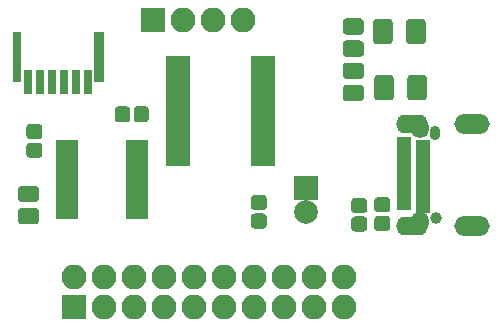
<source format=gts>
G04 #@! TF.GenerationSoftware,KiCad,Pcbnew,(5.0.0)*
G04 #@! TF.CreationDate,2019-03-22T21:06:18+01:00*
G04 #@! TF.ProjectId,converterboard,636F6E766572746572626F6172642E6B,rev?*
G04 #@! TF.SameCoordinates,Original*
G04 #@! TF.FileFunction,Soldermask,Top*
G04 #@! TF.FilePolarity,Negative*
%FSLAX46Y46*%
G04 Gerber Fmt 4.6, Leading zero omitted, Abs format (unit mm)*
G04 Created by KiCad (PCBNEW (5.0.0)) date 03/22/19 21:06:18*
%MOMM*%
%LPD*%
G01*
G04 APERTURE LIST*
%ADD10O,2.700000X1.600000*%
%ADD11O,1.500000X1.750000*%
%ADD12R,1.200000X0.670000*%
%ADD13R,1.300000X0.670000*%
%ADD14O,0.900000X1.250000*%
%ADD15C,1.000000*%
%ADD16O,3.000000X1.700000*%
%ADD17C,0.100000*%
%ADD18C,1.275000*%
%ADD19R,2.100000X2.100000*%
%ADD20O,2.100000X2.100000*%
%ADD21R,1.850000X0.850000*%
%ADD22R,2.000000X2.000000*%
%ADD23C,2.000000*%
%ADD24C,1.650000*%
%ADD25R,0.800000X4.300000*%
%ADD26R,0.720000X2.120000*%
%ADD27R,0.820000X4.320000*%
%ADD28R,2.150000X0.850000*%
%ADD29C,1.375000*%
G04 APERTURE END LIST*
D10*
G04 #@! TO.C,J4*
X190750000Y-109580000D03*
D11*
X191400000Y-109900000D03*
D12*
X191650000Y-111765000D03*
X191650000Y-112765000D03*
X191650000Y-112265000D03*
X191650000Y-111265000D03*
X191650000Y-113765000D03*
X191650000Y-114775000D03*
X191650000Y-114275000D03*
X191650000Y-113265000D03*
X191650000Y-115775000D03*
X191650000Y-115275000D03*
X191650000Y-116275000D03*
X191650000Y-116775000D03*
D13*
X190050000Y-112025000D03*
X190050000Y-111025000D03*
X190050000Y-112525000D03*
X190050000Y-111525000D03*
X190050000Y-113525000D03*
X190050000Y-113025000D03*
X190050000Y-114025000D03*
X190050000Y-115025000D03*
X190050000Y-114525000D03*
X190050000Y-115525000D03*
X190050000Y-116025000D03*
X190050000Y-116525000D03*
D11*
X191400000Y-117900000D03*
D10*
X190750000Y-118220000D03*
D14*
X192685000Y-110300000D03*
D15*
X192750000Y-117500000D03*
D16*
X195800000Y-118220000D03*
X195800000Y-109580000D03*
G04 #@! TD*
D17*
G04 #@! TO.C,L2*
G36*
X188587493Y-115776535D02*
X188618435Y-115781125D01*
X188648778Y-115788725D01*
X188678230Y-115799263D01*
X188706508Y-115812638D01*
X188733338Y-115828719D01*
X188758463Y-115847353D01*
X188781640Y-115868360D01*
X188802647Y-115891537D01*
X188821281Y-115916662D01*
X188837362Y-115943492D01*
X188850737Y-115971770D01*
X188861275Y-116001222D01*
X188868875Y-116031565D01*
X188873465Y-116062507D01*
X188875000Y-116093750D01*
X188875000Y-116731250D01*
X188873465Y-116762493D01*
X188868875Y-116793435D01*
X188861275Y-116823778D01*
X188850737Y-116853230D01*
X188837362Y-116881508D01*
X188821281Y-116908338D01*
X188802647Y-116933463D01*
X188781640Y-116956640D01*
X188758463Y-116977647D01*
X188733338Y-116996281D01*
X188706508Y-117012362D01*
X188678230Y-117025737D01*
X188648778Y-117036275D01*
X188618435Y-117043875D01*
X188587493Y-117048465D01*
X188556250Y-117050000D01*
X187843750Y-117050000D01*
X187812507Y-117048465D01*
X187781565Y-117043875D01*
X187751222Y-117036275D01*
X187721770Y-117025737D01*
X187693492Y-117012362D01*
X187666662Y-116996281D01*
X187641537Y-116977647D01*
X187618360Y-116956640D01*
X187597353Y-116933463D01*
X187578719Y-116908338D01*
X187562638Y-116881508D01*
X187549263Y-116853230D01*
X187538725Y-116823778D01*
X187531125Y-116793435D01*
X187526535Y-116762493D01*
X187525000Y-116731250D01*
X187525000Y-116093750D01*
X187526535Y-116062507D01*
X187531125Y-116031565D01*
X187538725Y-116001222D01*
X187549263Y-115971770D01*
X187562638Y-115943492D01*
X187578719Y-115916662D01*
X187597353Y-115891537D01*
X187618360Y-115868360D01*
X187641537Y-115847353D01*
X187666662Y-115828719D01*
X187693492Y-115812638D01*
X187721770Y-115799263D01*
X187751222Y-115788725D01*
X187781565Y-115781125D01*
X187812507Y-115776535D01*
X187843750Y-115775000D01*
X188556250Y-115775000D01*
X188587493Y-115776535D01*
X188587493Y-115776535D01*
G37*
D18*
X188200000Y-116412500D03*
D17*
G36*
X188587493Y-117351535D02*
X188618435Y-117356125D01*
X188648778Y-117363725D01*
X188678230Y-117374263D01*
X188706508Y-117387638D01*
X188733338Y-117403719D01*
X188758463Y-117422353D01*
X188781640Y-117443360D01*
X188802647Y-117466537D01*
X188821281Y-117491662D01*
X188837362Y-117518492D01*
X188850737Y-117546770D01*
X188861275Y-117576222D01*
X188868875Y-117606565D01*
X188873465Y-117637507D01*
X188875000Y-117668750D01*
X188875000Y-118306250D01*
X188873465Y-118337493D01*
X188868875Y-118368435D01*
X188861275Y-118398778D01*
X188850737Y-118428230D01*
X188837362Y-118456508D01*
X188821281Y-118483338D01*
X188802647Y-118508463D01*
X188781640Y-118531640D01*
X188758463Y-118552647D01*
X188733338Y-118571281D01*
X188706508Y-118587362D01*
X188678230Y-118600737D01*
X188648778Y-118611275D01*
X188618435Y-118618875D01*
X188587493Y-118623465D01*
X188556250Y-118625000D01*
X187843750Y-118625000D01*
X187812507Y-118623465D01*
X187781565Y-118618875D01*
X187751222Y-118611275D01*
X187721770Y-118600737D01*
X187693492Y-118587362D01*
X187666662Y-118571281D01*
X187641537Y-118552647D01*
X187618360Y-118531640D01*
X187597353Y-118508463D01*
X187578719Y-118483338D01*
X187562638Y-118456508D01*
X187549263Y-118428230D01*
X187538725Y-118398778D01*
X187531125Y-118368435D01*
X187526535Y-118337493D01*
X187525000Y-118306250D01*
X187525000Y-117668750D01*
X187526535Y-117637507D01*
X187531125Y-117606565D01*
X187538725Y-117576222D01*
X187549263Y-117546770D01*
X187562638Y-117518492D01*
X187578719Y-117491662D01*
X187597353Y-117466537D01*
X187618360Y-117443360D01*
X187641537Y-117422353D01*
X187666662Y-117403719D01*
X187693492Y-117387638D01*
X187721770Y-117374263D01*
X187751222Y-117363725D01*
X187781565Y-117356125D01*
X187812507Y-117351535D01*
X187843750Y-117350000D01*
X188556250Y-117350000D01*
X188587493Y-117351535D01*
X188587493Y-117351535D01*
G37*
D18*
X188200000Y-117987500D03*
G04 #@! TD*
D19*
G04 #@! TO.C,J3*
X168750000Y-100750000D03*
D20*
X171290000Y-100750000D03*
X173830000Y-100750000D03*
X176370000Y-100750000D03*
G04 #@! TD*
D21*
G04 #@! TO.C,U2*
X161550000Y-111325000D03*
X161550000Y-111975000D03*
X161550000Y-112625000D03*
X161550000Y-113275000D03*
X161550000Y-113925000D03*
X161550000Y-114575000D03*
X161550000Y-115225000D03*
X161550000Y-115875000D03*
X161550000Y-116525000D03*
X161550000Y-117175000D03*
X167450000Y-117175000D03*
X167450000Y-116525000D03*
X167450000Y-115875000D03*
X167450000Y-115225000D03*
X167450000Y-114575000D03*
X167450000Y-113925000D03*
X167450000Y-113275000D03*
X167450000Y-112625000D03*
X167450000Y-111975000D03*
X167450000Y-111325000D03*
G04 #@! TD*
D20*
G04 #@! TO.C,J2*
X184960000Y-122510000D03*
X184960000Y-125050000D03*
X182420000Y-122510000D03*
X182420000Y-125050000D03*
X179880000Y-122510000D03*
X179880000Y-125050000D03*
X177340000Y-122510000D03*
X177340000Y-125050000D03*
X174800000Y-122510000D03*
X174800000Y-125050000D03*
X172260000Y-122510000D03*
X172260000Y-125050000D03*
X169720000Y-122510000D03*
X169720000Y-125050000D03*
X167180000Y-122510000D03*
X167180000Y-125050000D03*
X164640000Y-122510000D03*
X164640000Y-125050000D03*
X162100000Y-122510000D03*
D19*
X162100000Y-125050000D03*
G04 #@! TD*
D17*
G04 #@! TO.C,C5*
G36*
X168137493Y-108076535D02*
X168168435Y-108081125D01*
X168198778Y-108088725D01*
X168228230Y-108099263D01*
X168256508Y-108112638D01*
X168283338Y-108128719D01*
X168308463Y-108147353D01*
X168331640Y-108168360D01*
X168352647Y-108191537D01*
X168371281Y-108216662D01*
X168387362Y-108243492D01*
X168400737Y-108271770D01*
X168411275Y-108301222D01*
X168418875Y-108331565D01*
X168423465Y-108362507D01*
X168425000Y-108393750D01*
X168425000Y-109106250D01*
X168423465Y-109137493D01*
X168418875Y-109168435D01*
X168411275Y-109198778D01*
X168400737Y-109228230D01*
X168387362Y-109256508D01*
X168371281Y-109283338D01*
X168352647Y-109308463D01*
X168331640Y-109331640D01*
X168308463Y-109352647D01*
X168283338Y-109371281D01*
X168256508Y-109387362D01*
X168228230Y-109400737D01*
X168198778Y-109411275D01*
X168168435Y-109418875D01*
X168137493Y-109423465D01*
X168106250Y-109425000D01*
X167468750Y-109425000D01*
X167437507Y-109423465D01*
X167406565Y-109418875D01*
X167376222Y-109411275D01*
X167346770Y-109400737D01*
X167318492Y-109387362D01*
X167291662Y-109371281D01*
X167266537Y-109352647D01*
X167243360Y-109331640D01*
X167222353Y-109308463D01*
X167203719Y-109283338D01*
X167187638Y-109256508D01*
X167174263Y-109228230D01*
X167163725Y-109198778D01*
X167156125Y-109168435D01*
X167151535Y-109137493D01*
X167150000Y-109106250D01*
X167150000Y-108393750D01*
X167151535Y-108362507D01*
X167156125Y-108331565D01*
X167163725Y-108301222D01*
X167174263Y-108271770D01*
X167187638Y-108243492D01*
X167203719Y-108216662D01*
X167222353Y-108191537D01*
X167243360Y-108168360D01*
X167266537Y-108147353D01*
X167291662Y-108128719D01*
X167318492Y-108112638D01*
X167346770Y-108099263D01*
X167376222Y-108088725D01*
X167406565Y-108081125D01*
X167437507Y-108076535D01*
X167468750Y-108075000D01*
X168106250Y-108075000D01*
X168137493Y-108076535D01*
X168137493Y-108076535D01*
G37*
D18*
X167787500Y-108750000D03*
D17*
G36*
X166562493Y-108076535D02*
X166593435Y-108081125D01*
X166623778Y-108088725D01*
X166653230Y-108099263D01*
X166681508Y-108112638D01*
X166708338Y-108128719D01*
X166733463Y-108147353D01*
X166756640Y-108168360D01*
X166777647Y-108191537D01*
X166796281Y-108216662D01*
X166812362Y-108243492D01*
X166825737Y-108271770D01*
X166836275Y-108301222D01*
X166843875Y-108331565D01*
X166848465Y-108362507D01*
X166850000Y-108393750D01*
X166850000Y-109106250D01*
X166848465Y-109137493D01*
X166843875Y-109168435D01*
X166836275Y-109198778D01*
X166825737Y-109228230D01*
X166812362Y-109256508D01*
X166796281Y-109283338D01*
X166777647Y-109308463D01*
X166756640Y-109331640D01*
X166733463Y-109352647D01*
X166708338Y-109371281D01*
X166681508Y-109387362D01*
X166653230Y-109400737D01*
X166623778Y-109411275D01*
X166593435Y-109418875D01*
X166562493Y-109423465D01*
X166531250Y-109425000D01*
X165893750Y-109425000D01*
X165862507Y-109423465D01*
X165831565Y-109418875D01*
X165801222Y-109411275D01*
X165771770Y-109400737D01*
X165743492Y-109387362D01*
X165716662Y-109371281D01*
X165691537Y-109352647D01*
X165668360Y-109331640D01*
X165647353Y-109308463D01*
X165628719Y-109283338D01*
X165612638Y-109256508D01*
X165599263Y-109228230D01*
X165588725Y-109198778D01*
X165581125Y-109168435D01*
X165576535Y-109137493D01*
X165575000Y-109106250D01*
X165575000Y-108393750D01*
X165576535Y-108362507D01*
X165581125Y-108331565D01*
X165588725Y-108301222D01*
X165599263Y-108271770D01*
X165612638Y-108243492D01*
X165628719Y-108216662D01*
X165647353Y-108191537D01*
X165668360Y-108168360D01*
X165691537Y-108147353D01*
X165716662Y-108128719D01*
X165743492Y-108112638D01*
X165771770Y-108099263D01*
X165801222Y-108088725D01*
X165831565Y-108081125D01*
X165862507Y-108076535D01*
X165893750Y-108075000D01*
X166531250Y-108075000D01*
X166562493Y-108076535D01*
X166562493Y-108076535D01*
G37*
D18*
X166212500Y-108750000D03*
G04 #@! TD*
D17*
G04 #@! TO.C,C4*
G36*
X159137493Y-109576535D02*
X159168435Y-109581125D01*
X159198778Y-109588725D01*
X159228230Y-109599263D01*
X159256508Y-109612638D01*
X159283338Y-109628719D01*
X159308463Y-109647353D01*
X159331640Y-109668360D01*
X159352647Y-109691537D01*
X159371281Y-109716662D01*
X159387362Y-109743492D01*
X159400737Y-109771770D01*
X159411275Y-109801222D01*
X159418875Y-109831565D01*
X159423465Y-109862507D01*
X159425000Y-109893750D01*
X159425000Y-110531250D01*
X159423465Y-110562493D01*
X159418875Y-110593435D01*
X159411275Y-110623778D01*
X159400737Y-110653230D01*
X159387362Y-110681508D01*
X159371281Y-110708338D01*
X159352647Y-110733463D01*
X159331640Y-110756640D01*
X159308463Y-110777647D01*
X159283338Y-110796281D01*
X159256508Y-110812362D01*
X159228230Y-110825737D01*
X159198778Y-110836275D01*
X159168435Y-110843875D01*
X159137493Y-110848465D01*
X159106250Y-110850000D01*
X158393750Y-110850000D01*
X158362507Y-110848465D01*
X158331565Y-110843875D01*
X158301222Y-110836275D01*
X158271770Y-110825737D01*
X158243492Y-110812362D01*
X158216662Y-110796281D01*
X158191537Y-110777647D01*
X158168360Y-110756640D01*
X158147353Y-110733463D01*
X158128719Y-110708338D01*
X158112638Y-110681508D01*
X158099263Y-110653230D01*
X158088725Y-110623778D01*
X158081125Y-110593435D01*
X158076535Y-110562493D01*
X158075000Y-110531250D01*
X158075000Y-109893750D01*
X158076535Y-109862507D01*
X158081125Y-109831565D01*
X158088725Y-109801222D01*
X158099263Y-109771770D01*
X158112638Y-109743492D01*
X158128719Y-109716662D01*
X158147353Y-109691537D01*
X158168360Y-109668360D01*
X158191537Y-109647353D01*
X158216662Y-109628719D01*
X158243492Y-109612638D01*
X158271770Y-109599263D01*
X158301222Y-109588725D01*
X158331565Y-109581125D01*
X158362507Y-109576535D01*
X158393750Y-109575000D01*
X159106250Y-109575000D01*
X159137493Y-109576535D01*
X159137493Y-109576535D01*
G37*
D18*
X158750000Y-110212500D03*
D17*
G36*
X159137493Y-111151535D02*
X159168435Y-111156125D01*
X159198778Y-111163725D01*
X159228230Y-111174263D01*
X159256508Y-111187638D01*
X159283338Y-111203719D01*
X159308463Y-111222353D01*
X159331640Y-111243360D01*
X159352647Y-111266537D01*
X159371281Y-111291662D01*
X159387362Y-111318492D01*
X159400737Y-111346770D01*
X159411275Y-111376222D01*
X159418875Y-111406565D01*
X159423465Y-111437507D01*
X159425000Y-111468750D01*
X159425000Y-112106250D01*
X159423465Y-112137493D01*
X159418875Y-112168435D01*
X159411275Y-112198778D01*
X159400737Y-112228230D01*
X159387362Y-112256508D01*
X159371281Y-112283338D01*
X159352647Y-112308463D01*
X159331640Y-112331640D01*
X159308463Y-112352647D01*
X159283338Y-112371281D01*
X159256508Y-112387362D01*
X159228230Y-112400737D01*
X159198778Y-112411275D01*
X159168435Y-112418875D01*
X159137493Y-112423465D01*
X159106250Y-112425000D01*
X158393750Y-112425000D01*
X158362507Y-112423465D01*
X158331565Y-112418875D01*
X158301222Y-112411275D01*
X158271770Y-112400737D01*
X158243492Y-112387362D01*
X158216662Y-112371281D01*
X158191537Y-112352647D01*
X158168360Y-112331640D01*
X158147353Y-112308463D01*
X158128719Y-112283338D01*
X158112638Y-112256508D01*
X158099263Y-112228230D01*
X158088725Y-112198778D01*
X158081125Y-112168435D01*
X158076535Y-112137493D01*
X158075000Y-112106250D01*
X158075000Y-111468750D01*
X158076535Y-111437507D01*
X158081125Y-111406565D01*
X158088725Y-111376222D01*
X158099263Y-111346770D01*
X158112638Y-111318492D01*
X158128719Y-111291662D01*
X158147353Y-111266537D01*
X158168360Y-111243360D01*
X158191537Y-111222353D01*
X158216662Y-111203719D01*
X158243492Y-111187638D01*
X158271770Y-111174263D01*
X158301222Y-111163725D01*
X158331565Y-111156125D01*
X158362507Y-111151535D01*
X158393750Y-111150000D01*
X159106250Y-111150000D01*
X159137493Y-111151535D01*
X159137493Y-111151535D01*
G37*
D18*
X158750000Y-111787500D03*
G04 #@! TD*
D17*
G04 #@! TO.C,C3*
G36*
X178137493Y-117151535D02*
X178168435Y-117156125D01*
X178198778Y-117163725D01*
X178228230Y-117174263D01*
X178256508Y-117187638D01*
X178283338Y-117203719D01*
X178308463Y-117222353D01*
X178331640Y-117243360D01*
X178352647Y-117266537D01*
X178371281Y-117291662D01*
X178387362Y-117318492D01*
X178400737Y-117346770D01*
X178411275Y-117376222D01*
X178418875Y-117406565D01*
X178423465Y-117437507D01*
X178425000Y-117468750D01*
X178425000Y-118106250D01*
X178423465Y-118137493D01*
X178418875Y-118168435D01*
X178411275Y-118198778D01*
X178400737Y-118228230D01*
X178387362Y-118256508D01*
X178371281Y-118283338D01*
X178352647Y-118308463D01*
X178331640Y-118331640D01*
X178308463Y-118352647D01*
X178283338Y-118371281D01*
X178256508Y-118387362D01*
X178228230Y-118400737D01*
X178198778Y-118411275D01*
X178168435Y-118418875D01*
X178137493Y-118423465D01*
X178106250Y-118425000D01*
X177393750Y-118425000D01*
X177362507Y-118423465D01*
X177331565Y-118418875D01*
X177301222Y-118411275D01*
X177271770Y-118400737D01*
X177243492Y-118387362D01*
X177216662Y-118371281D01*
X177191537Y-118352647D01*
X177168360Y-118331640D01*
X177147353Y-118308463D01*
X177128719Y-118283338D01*
X177112638Y-118256508D01*
X177099263Y-118228230D01*
X177088725Y-118198778D01*
X177081125Y-118168435D01*
X177076535Y-118137493D01*
X177075000Y-118106250D01*
X177075000Y-117468750D01*
X177076535Y-117437507D01*
X177081125Y-117406565D01*
X177088725Y-117376222D01*
X177099263Y-117346770D01*
X177112638Y-117318492D01*
X177128719Y-117291662D01*
X177147353Y-117266537D01*
X177168360Y-117243360D01*
X177191537Y-117222353D01*
X177216662Y-117203719D01*
X177243492Y-117187638D01*
X177271770Y-117174263D01*
X177301222Y-117163725D01*
X177331565Y-117156125D01*
X177362507Y-117151535D01*
X177393750Y-117150000D01*
X178106250Y-117150000D01*
X178137493Y-117151535D01*
X178137493Y-117151535D01*
G37*
D18*
X177750000Y-117787500D03*
D17*
G36*
X178137493Y-115576535D02*
X178168435Y-115581125D01*
X178198778Y-115588725D01*
X178228230Y-115599263D01*
X178256508Y-115612638D01*
X178283338Y-115628719D01*
X178308463Y-115647353D01*
X178331640Y-115668360D01*
X178352647Y-115691537D01*
X178371281Y-115716662D01*
X178387362Y-115743492D01*
X178400737Y-115771770D01*
X178411275Y-115801222D01*
X178418875Y-115831565D01*
X178423465Y-115862507D01*
X178425000Y-115893750D01*
X178425000Y-116531250D01*
X178423465Y-116562493D01*
X178418875Y-116593435D01*
X178411275Y-116623778D01*
X178400737Y-116653230D01*
X178387362Y-116681508D01*
X178371281Y-116708338D01*
X178352647Y-116733463D01*
X178331640Y-116756640D01*
X178308463Y-116777647D01*
X178283338Y-116796281D01*
X178256508Y-116812362D01*
X178228230Y-116825737D01*
X178198778Y-116836275D01*
X178168435Y-116843875D01*
X178137493Y-116848465D01*
X178106250Y-116850000D01*
X177393750Y-116850000D01*
X177362507Y-116848465D01*
X177331565Y-116843875D01*
X177301222Y-116836275D01*
X177271770Y-116825737D01*
X177243492Y-116812362D01*
X177216662Y-116796281D01*
X177191537Y-116777647D01*
X177168360Y-116756640D01*
X177147353Y-116733463D01*
X177128719Y-116708338D01*
X177112638Y-116681508D01*
X177099263Y-116653230D01*
X177088725Y-116623778D01*
X177081125Y-116593435D01*
X177076535Y-116562493D01*
X177075000Y-116531250D01*
X177075000Y-115893750D01*
X177076535Y-115862507D01*
X177081125Y-115831565D01*
X177088725Y-115801222D01*
X177099263Y-115771770D01*
X177112638Y-115743492D01*
X177128719Y-115716662D01*
X177147353Y-115691537D01*
X177168360Y-115668360D01*
X177191537Y-115647353D01*
X177216662Y-115628719D01*
X177243492Y-115612638D01*
X177271770Y-115599263D01*
X177301222Y-115588725D01*
X177331565Y-115581125D01*
X177362507Y-115576535D01*
X177393750Y-115575000D01*
X178106250Y-115575000D01*
X178137493Y-115576535D01*
X178137493Y-115576535D01*
G37*
D18*
X177750000Y-116212500D03*
G04 #@! TD*
D17*
G04 #@! TO.C,C1*
G36*
X186637493Y-115826535D02*
X186668435Y-115831125D01*
X186698778Y-115838725D01*
X186728230Y-115849263D01*
X186756508Y-115862638D01*
X186783338Y-115878719D01*
X186808463Y-115897353D01*
X186831640Y-115918360D01*
X186852647Y-115941537D01*
X186871281Y-115966662D01*
X186887362Y-115993492D01*
X186900737Y-116021770D01*
X186911275Y-116051222D01*
X186918875Y-116081565D01*
X186923465Y-116112507D01*
X186925000Y-116143750D01*
X186925000Y-116781250D01*
X186923465Y-116812493D01*
X186918875Y-116843435D01*
X186911275Y-116873778D01*
X186900737Y-116903230D01*
X186887362Y-116931508D01*
X186871281Y-116958338D01*
X186852647Y-116983463D01*
X186831640Y-117006640D01*
X186808463Y-117027647D01*
X186783338Y-117046281D01*
X186756508Y-117062362D01*
X186728230Y-117075737D01*
X186698778Y-117086275D01*
X186668435Y-117093875D01*
X186637493Y-117098465D01*
X186606250Y-117100000D01*
X185893750Y-117100000D01*
X185862507Y-117098465D01*
X185831565Y-117093875D01*
X185801222Y-117086275D01*
X185771770Y-117075737D01*
X185743492Y-117062362D01*
X185716662Y-117046281D01*
X185691537Y-117027647D01*
X185668360Y-117006640D01*
X185647353Y-116983463D01*
X185628719Y-116958338D01*
X185612638Y-116931508D01*
X185599263Y-116903230D01*
X185588725Y-116873778D01*
X185581125Y-116843435D01*
X185576535Y-116812493D01*
X185575000Y-116781250D01*
X185575000Y-116143750D01*
X185576535Y-116112507D01*
X185581125Y-116081565D01*
X185588725Y-116051222D01*
X185599263Y-116021770D01*
X185612638Y-115993492D01*
X185628719Y-115966662D01*
X185647353Y-115941537D01*
X185668360Y-115918360D01*
X185691537Y-115897353D01*
X185716662Y-115878719D01*
X185743492Y-115862638D01*
X185771770Y-115849263D01*
X185801222Y-115838725D01*
X185831565Y-115831125D01*
X185862507Y-115826535D01*
X185893750Y-115825000D01*
X186606250Y-115825000D01*
X186637493Y-115826535D01*
X186637493Y-115826535D01*
G37*
D18*
X186250000Y-116462500D03*
D17*
G36*
X186637493Y-117401535D02*
X186668435Y-117406125D01*
X186698778Y-117413725D01*
X186728230Y-117424263D01*
X186756508Y-117437638D01*
X186783338Y-117453719D01*
X186808463Y-117472353D01*
X186831640Y-117493360D01*
X186852647Y-117516537D01*
X186871281Y-117541662D01*
X186887362Y-117568492D01*
X186900737Y-117596770D01*
X186911275Y-117626222D01*
X186918875Y-117656565D01*
X186923465Y-117687507D01*
X186925000Y-117718750D01*
X186925000Y-118356250D01*
X186923465Y-118387493D01*
X186918875Y-118418435D01*
X186911275Y-118448778D01*
X186900737Y-118478230D01*
X186887362Y-118506508D01*
X186871281Y-118533338D01*
X186852647Y-118558463D01*
X186831640Y-118581640D01*
X186808463Y-118602647D01*
X186783338Y-118621281D01*
X186756508Y-118637362D01*
X186728230Y-118650737D01*
X186698778Y-118661275D01*
X186668435Y-118668875D01*
X186637493Y-118673465D01*
X186606250Y-118675000D01*
X185893750Y-118675000D01*
X185862507Y-118673465D01*
X185831565Y-118668875D01*
X185801222Y-118661275D01*
X185771770Y-118650737D01*
X185743492Y-118637362D01*
X185716662Y-118621281D01*
X185691537Y-118602647D01*
X185668360Y-118581640D01*
X185647353Y-118558463D01*
X185628719Y-118533338D01*
X185612638Y-118506508D01*
X185599263Y-118478230D01*
X185588725Y-118448778D01*
X185581125Y-118418435D01*
X185576535Y-118387493D01*
X185575000Y-118356250D01*
X185575000Y-117718750D01*
X185576535Y-117687507D01*
X185581125Y-117656565D01*
X185588725Y-117626222D01*
X185599263Y-117596770D01*
X185612638Y-117568492D01*
X185628719Y-117541662D01*
X185647353Y-117516537D01*
X185668360Y-117493360D01*
X185691537Y-117472353D01*
X185716662Y-117453719D01*
X185743492Y-117437638D01*
X185771770Y-117424263D01*
X185801222Y-117413725D01*
X185831565Y-117406125D01*
X185862507Y-117401535D01*
X185893750Y-117400000D01*
X186606250Y-117400000D01*
X186637493Y-117401535D01*
X186637493Y-117401535D01*
G37*
D18*
X186250000Y-118037500D03*
G04 #@! TD*
D22*
G04 #@! TO.C,C2*
X181750000Y-115000000D03*
D23*
X181750000Y-117000000D03*
G04 #@! TD*
D17*
G04 #@! TO.C,D2*
G36*
X188877346Y-105426589D02*
X188909380Y-105431341D01*
X188940794Y-105439210D01*
X188971286Y-105450120D01*
X189000561Y-105463966D01*
X189028338Y-105480615D01*
X189054350Y-105499907D01*
X189078345Y-105521655D01*
X189100093Y-105545650D01*
X189119385Y-105571662D01*
X189136034Y-105599439D01*
X189149880Y-105628714D01*
X189160790Y-105659206D01*
X189168659Y-105690620D01*
X189173411Y-105722654D01*
X189175000Y-105755000D01*
X189175000Y-107245000D01*
X189173411Y-107277346D01*
X189168659Y-107309380D01*
X189160790Y-107340794D01*
X189149880Y-107371286D01*
X189136034Y-107400561D01*
X189119385Y-107428338D01*
X189100093Y-107454350D01*
X189078345Y-107478345D01*
X189054350Y-107500093D01*
X189028338Y-107519385D01*
X189000561Y-107536034D01*
X188971286Y-107549880D01*
X188940794Y-107560790D01*
X188909380Y-107568659D01*
X188877346Y-107573411D01*
X188845000Y-107575000D01*
X187855000Y-107575000D01*
X187822654Y-107573411D01*
X187790620Y-107568659D01*
X187759206Y-107560790D01*
X187728714Y-107549880D01*
X187699439Y-107536034D01*
X187671662Y-107519385D01*
X187645650Y-107500093D01*
X187621655Y-107478345D01*
X187599907Y-107454350D01*
X187580615Y-107428338D01*
X187563966Y-107400561D01*
X187550120Y-107371286D01*
X187539210Y-107340794D01*
X187531341Y-107309380D01*
X187526589Y-107277346D01*
X187525000Y-107245000D01*
X187525000Y-105755000D01*
X187526589Y-105722654D01*
X187531341Y-105690620D01*
X187539210Y-105659206D01*
X187550120Y-105628714D01*
X187563966Y-105599439D01*
X187580615Y-105571662D01*
X187599907Y-105545650D01*
X187621655Y-105521655D01*
X187645650Y-105499907D01*
X187671662Y-105480615D01*
X187699439Y-105463966D01*
X187728714Y-105450120D01*
X187759206Y-105439210D01*
X187790620Y-105431341D01*
X187822654Y-105426589D01*
X187855000Y-105425000D01*
X188845000Y-105425000D01*
X188877346Y-105426589D01*
X188877346Y-105426589D01*
G37*
D24*
X188350000Y-106500000D03*
D17*
G36*
X191677346Y-105426589D02*
X191709380Y-105431341D01*
X191740794Y-105439210D01*
X191771286Y-105450120D01*
X191800561Y-105463966D01*
X191828338Y-105480615D01*
X191854350Y-105499907D01*
X191878345Y-105521655D01*
X191900093Y-105545650D01*
X191919385Y-105571662D01*
X191936034Y-105599439D01*
X191949880Y-105628714D01*
X191960790Y-105659206D01*
X191968659Y-105690620D01*
X191973411Y-105722654D01*
X191975000Y-105755000D01*
X191975000Y-107245000D01*
X191973411Y-107277346D01*
X191968659Y-107309380D01*
X191960790Y-107340794D01*
X191949880Y-107371286D01*
X191936034Y-107400561D01*
X191919385Y-107428338D01*
X191900093Y-107454350D01*
X191878345Y-107478345D01*
X191854350Y-107500093D01*
X191828338Y-107519385D01*
X191800561Y-107536034D01*
X191771286Y-107549880D01*
X191740794Y-107560790D01*
X191709380Y-107568659D01*
X191677346Y-107573411D01*
X191645000Y-107575000D01*
X190655000Y-107575000D01*
X190622654Y-107573411D01*
X190590620Y-107568659D01*
X190559206Y-107560790D01*
X190528714Y-107549880D01*
X190499439Y-107536034D01*
X190471662Y-107519385D01*
X190445650Y-107500093D01*
X190421655Y-107478345D01*
X190399907Y-107454350D01*
X190380615Y-107428338D01*
X190363966Y-107400561D01*
X190350120Y-107371286D01*
X190339210Y-107340794D01*
X190331341Y-107309380D01*
X190326589Y-107277346D01*
X190325000Y-107245000D01*
X190325000Y-105755000D01*
X190326589Y-105722654D01*
X190331341Y-105690620D01*
X190339210Y-105659206D01*
X190350120Y-105628714D01*
X190363966Y-105599439D01*
X190380615Y-105571662D01*
X190399907Y-105545650D01*
X190421655Y-105521655D01*
X190445650Y-105499907D01*
X190471662Y-105480615D01*
X190499439Y-105463966D01*
X190528714Y-105450120D01*
X190559206Y-105439210D01*
X190590620Y-105431341D01*
X190622654Y-105426589D01*
X190655000Y-105425000D01*
X191645000Y-105425000D01*
X191677346Y-105426589D01*
X191677346Y-105426589D01*
G37*
D24*
X191150000Y-106500000D03*
G04 #@! TD*
D17*
G04 #@! TO.C,D1*
G36*
X191577346Y-100676589D02*
X191609380Y-100681341D01*
X191640794Y-100689210D01*
X191671286Y-100700120D01*
X191700561Y-100713966D01*
X191728338Y-100730615D01*
X191754350Y-100749907D01*
X191778345Y-100771655D01*
X191800093Y-100795650D01*
X191819385Y-100821662D01*
X191836034Y-100849439D01*
X191849880Y-100878714D01*
X191860790Y-100909206D01*
X191868659Y-100940620D01*
X191873411Y-100972654D01*
X191875000Y-101005000D01*
X191875000Y-102495000D01*
X191873411Y-102527346D01*
X191868659Y-102559380D01*
X191860790Y-102590794D01*
X191849880Y-102621286D01*
X191836034Y-102650561D01*
X191819385Y-102678338D01*
X191800093Y-102704350D01*
X191778345Y-102728345D01*
X191754350Y-102750093D01*
X191728338Y-102769385D01*
X191700561Y-102786034D01*
X191671286Y-102799880D01*
X191640794Y-102810790D01*
X191609380Y-102818659D01*
X191577346Y-102823411D01*
X191545000Y-102825000D01*
X190555000Y-102825000D01*
X190522654Y-102823411D01*
X190490620Y-102818659D01*
X190459206Y-102810790D01*
X190428714Y-102799880D01*
X190399439Y-102786034D01*
X190371662Y-102769385D01*
X190345650Y-102750093D01*
X190321655Y-102728345D01*
X190299907Y-102704350D01*
X190280615Y-102678338D01*
X190263966Y-102650561D01*
X190250120Y-102621286D01*
X190239210Y-102590794D01*
X190231341Y-102559380D01*
X190226589Y-102527346D01*
X190225000Y-102495000D01*
X190225000Y-101005000D01*
X190226589Y-100972654D01*
X190231341Y-100940620D01*
X190239210Y-100909206D01*
X190250120Y-100878714D01*
X190263966Y-100849439D01*
X190280615Y-100821662D01*
X190299907Y-100795650D01*
X190321655Y-100771655D01*
X190345650Y-100749907D01*
X190371662Y-100730615D01*
X190399439Y-100713966D01*
X190428714Y-100700120D01*
X190459206Y-100689210D01*
X190490620Y-100681341D01*
X190522654Y-100676589D01*
X190555000Y-100675000D01*
X191545000Y-100675000D01*
X191577346Y-100676589D01*
X191577346Y-100676589D01*
G37*
D24*
X191050000Y-101750000D03*
D17*
G36*
X188777346Y-100676589D02*
X188809380Y-100681341D01*
X188840794Y-100689210D01*
X188871286Y-100700120D01*
X188900561Y-100713966D01*
X188928338Y-100730615D01*
X188954350Y-100749907D01*
X188978345Y-100771655D01*
X189000093Y-100795650D01*
X189019385Y-100821662D01*
X189036034Y-100849439D01*
X189049880Y-100878714D01*
X189060790Y-100909206D01*
X189068659Y-100940620D01*
X189073411Y-100972654D01*
X189075000Y-101005000D01*
X189075000Y-102495000D01*
X189073411Y-102527346D01*
X189068659Y-102559380D01*
X189060790Y-102590794D01*
X189049880Y-102621286D01*
X189036034Y-102650561D01*
X189019385Y-102678338D01*
X189000093Y-102704350D01*
X188978345Y-102728345D01*
X188954350Y-102750093D01*
X188928338Y-102769385D01*
X188900561Y-102786034D01*
X188871286Y-102799880D01*
X188840794Y-102810790D01*
X188809380Y-102818659D01*
X188777346Y-102823411D01*
X188745000Y-102825000D01*
X187755000Y-102825000D01*
X187722654Y-102823411D01*
X187690620Y-102818659D01*
X187659206Y-102810790D01*
X187628714Y-102799880D01*
X187599439Y-102786034D01*
X187571662Y-102769385D01*
X187545650Y-102750093D01*
X187521655Y-102728345D01*
X187499907Y-102704350D01*
X187480615Y-102678338D01*
X187463966Y-102650561D01*
X187450120Y-102621286D01*
X187439210Y-102590794D01*
X187431341Y-102559380D01*
X187426589Y-102527346D01*
X187425000Y-102495000D01*
X187425000Y-101005000D01*
X187426589Y-100972654D01*
X187431341Y-100940620D01*
X187439210Y-100909206D01*
X187450120Y-100878714D01*
X187463966Y-100849439D01*
X187480615Y-100821662D01*
X187499907Y-100795650D01*
X187521655Y-100771655D01*
X187545650Y-100749907D01*
X187571662Y-100730615D01*
X187599439Y-100713966D01*
X187628714Y-100700120D01*
X187659206Y-100689210D01*
X187690620Y-100681341D01*
X187722654Y-100676589D01*
X187755000Y-100675000D01*
X188745000Y-100675000D01*
X188777346Y-100676589D01*
X188777346Y-100676589D01*
G37*
D24*
X188250000Y-101750000D03*
G04 #@! TD*
D25*
G04 #@! TO.C,CON1*
X157250000Y-103900000D03*
D26*
X158250000Y-106000000D03*
X159250000Y-106000000D03*
X160250000Y-106000000D03*
X161250000Y-106000000D03*
X162250000Y-106000000D03*
X163250000Y-106000000D03*
D27*
X164250000Y-103900000D03*
G04 #@! TD*
D28*
G04 #@! TO.C,U1*
X170900000Y-104275000D03*
X170900000Y-104925000D03*
X170900000Y-105575000D03*
X170900000Y-106225000D03*
X170900000Y-106875000D03*
X170900000Y-107525000D03*
X170900000Y-108175000D03*
X170900000Y-108825000D03*
X170900000Y-109475000D03*
X170900000Y-110125000D03*
X170900000Y-110775000D03*
X170900000Y-111425000D03*
X170900000Y-112075000D03*
X170900000Y-112725000D03*
X178100000Y-112725000D03*
X178100000Y-112075000D03*
X178100000Y-111425000D03*
X178100000Y-110775000D03*
X178100000Y-110125000D03*
X178100000Y-109475000D03*
X178100000Y-108825000D03*
X178100000Y-108175000D03*
X178100000Y-107525000D03*
X178100000Y-106875000D03*
X178100000Y-106225000D03*
X178100000Y-105575000D03*
X178100000Y-104925000D03*
X178100000Y-104275000D03*
G04 #@! TD*
D17*
G04 #@! TO.C,R3*
G36*
X186339943Y-104376655D02*
X186373312Y-104381605D01*
X186406035Y-104389802D01*
X186437797Y-104401166D01*
X186468293Y-104415590D01*
X186497227Y-104432932D01*
X186524323Y-104453028D01*
X186549318Y-104475682D01*
X186571972Y-104500677D01*
X186592068Y-104527773D01*
X186609410Y-104556707D01*
X186623834Y-104587203D01*
X186635198Y-104618965D01*
X186643395Y-104651688D01*
X186648345Y-104685057D01*
X186650000Y-104718750D01*
X186650000Y-105406250D01*
X186648345Y-105439943D01*
X186643395Y-105473312D01*
X186635198Y-105506035D01*
X186623834Y-105537797D01*
X186609410Y-105568293D01*
X186592068Y-105597227D01*
X186571972Y-105624323D01*
X186549318Y-105649318D01*
X186524323Y-105671972D01*
X186497227Y-105692068D01*
X186468293Y-105709410D01*
X186437797Y-105723834D01*
X186406035Y-105735198D01*
X186373312Y-105743395D01*
X186339943Y-105748345D01*
X186306250Y-105750000D01*
X185193750Y-105750000D01*
X185160057Y-105748345D01*
X185126688Y-105743395D01*
X185093965Y-105735198D01*
X185062203Y-105723834D01*
X185031707Y-105709410D01*
X185002773Y-105692068D01*
X184975677Y-105671972D01*
X184950682Y-105649318D01*
X184928028Y-105624323D01*
X184907932Y-105597227D01*
X184890590Y-105568293D01*
X184876166Y-105537797D01*
X184864802Y-105506035D01*
X184856605Y-105473312D01*
X184851655Y-105439943D01*
X184850000Y-105406250D01*
X184850000Y-104718750D01*
X184851655Y-104685057D01*
X184856605Y-104651688D01*
X184864802Y-104618965D01*
X184876166Y-104587203D01*
X184890590Y-104556707D01*
X184907932Y-104527773D01*
X184928028Y-104500677D01*
X184950682Y-104475682D01*
X184975677Y-104453028D01*
X185002773Y-104432932D01*
X185031707Y-104415590D01*
X185062203Y-104401166D01*
X185093965Y-104389802D01*
X185126688Y-104381605D01*
X185160057Y-104376655D01*
X185193750Y-104375000D01*
X186306250Y-104375000D01*
X186339943Y-104376655D01*
X186339943Y-104376655D01*
G37*
D29*
X185750000Y-105062500D03*
D17*
G36*
X186339943Y-106251655D02*
X186373312Y-106256605D01*
X186406035Y-106264802D01*
X186437797Y-106276166D01*
X186468293Y-106290590D01*
X186497227Y-106307932D01*
X186524323Y-106328028D01*
X186549318Y-106350682D01*
X186571972Y-106375677D01*
X186592068Y-106402773D01*
X186609410Y-106431707D01*
X186623834Y-106462203D01*
X186635198Y-106493965D01*
X186643395Y-106526688D01*
X186648345Y-106560057D01*
X186650000Y-106593750D01*
X186650000Y-107281250D01*
X186648345Y-107314943D01*
X186643395Y-107348312D01*
X186635198Y-107381035D01*
X186623834Y-107412797D01*
X186609410Y-107443293D01*
X186592068Y-107472227D01*
X186571972Y-107499323D01*
X186549318Y-107524318D01*
X186524323Y-107546972D01*
X186497227Y-107567068D01*
X186468293Y-107584410D01*
X186437797Y-107598834D01*
X186406035Y-107610198D01*
X186373312Y-107618395D01*
X186339943Y-107623345D01*
X186306250Y-107625000D01*
X185193750Y-107625000D01*
X185160057Y-107623345D01*
X185126688Y-107618395D01*
X185093965Y-107610198D01*
X185062203Y-107598834D01*
X185031707Y-107584410D01*
X185002773Y-107567068D01*
X184975677Y-107546972D01*
X184950682Y-107524318D01*
X184928028Y-107499323D01*
X184907932Y-107472227D01*
X184890590Y-107443293D01*
X184876166Y-107412797D01*
X184864802Y-107381035D01*
X184856605Y-107348312D01*
X184851655Y-107314943D01*
X184850000Y-107281250D01*
X184850000Y-106593750D01*
X184851655Y-106560057D01*
X184856605Y-106526688D01*
X184864802Y-106493965D01*
X184876166Y-106462203D01*
X184890590Y-106431707D01*
X184907932Y-106402773D01*
X184928028Y-106375677D01*
X184950682Y-106350682D01*
X184975677Y-106328028D01*
X185002773Y-106307932D01*
X185031707Y-106290590D01*
X185062203Y-106276166D01*
X185093965Y-106264802D01*
X185126688Y-106256605D01*
X185160057Y-106251655D01*
X185193750Y-106250000D01*
X186306250Y-106250000D01*
X186339943Y-106251655D01*
X186339943Y-106251655D01*
G37*
D29*
X185750000Y-106937500D03*
G04 #@! TD*
D17*
G04 #@! TO.C,R2*
G36*
X186339943Y-100626655D02*
X186373312Y-100631605D01*
X186406035Y-100639802D01*
X186437797Y-100651166D01*
X186468293Y-100665590D01*
X186497227Y-100682932D01*
X186524323Y-100703028D01*
X186549318Y-100725682D01*
X186571972Y-100750677D01*
X186592068Y-100777773D01*
X186609410Y-100806707D01*
X186623834Y-100837203D01*
X186635198Y-100868965D01*
X186643395Y-100901688D01*
X186648345Y-100935057D01*
X186650000Y-100968750D01*
X186650000Y-101656250D01*
X186648345Y-101689943D01*
X186643395Y-101723312D01*
X186635198Y-101756035D01*
X186623834Y-101787797D01*
X186609410Y-101818293D01*
X186592068Y-101847227D01*
X186571972Y-101874323D01*
X186549318Y-101899318D01*
X186524323Y-101921972D01*
X186497227Y-101942068D01*
X186468293Y-101959410D01*
X186437797Y-101973834D01*
X186406035Y-101985198D01*
X186373312Y-101993395D01*
X186339943Y-101998345D01*
X186306250Y-102000000D01*
X185193750Y-102000000D01*
X185160057Y-101998345D01*
X185126688Y-101993395D01*
X185093965Y-101985198D01*
X185062203Y-101973834D01*
X185031707Y-101959410D01*
X185002773Y-101942068D01*
X184975677Y-101921972D01*
X184950682Y-101899318D01*
X184928028Y-101874323D01*
X184907932Y-101847227D01*
X184890590Y-101818293D01*
X184876166Y-101787797D01*
X184864802Y-101756035D01*
X184856605Y-101723312D01*
X184851655Y-101689943D01*
X184850000Y-101656250D01*
X184850000Y-100968750D01*
X184851655Y-100935057D01*
X184856605Y-100901688D01*
X184864802Y-100868965D01*
X184876166Y-100837203D01*
X184890590Y-100806707D01*
X184907932Y-100777773D01*
X184928028Y-100750677D01*
X184950682Y-100725682D01*
X184975677Y-100703028D01*
X185002773Y-100682932D01*
X185031707Y-100665590D01*
X185062203Y-100651166D01*
X185093965Y-100639802D01*
X185126688Y-100631605D01*
X185160057Y-100626655D01*
X185193750Y-100625000D01*
X186306250Y-100625000D01*
X186339943Y-100626655D01*
X186339943Y-100626655D01*
G37*
D29*
X185750000Y-101312500D03*
D17*
G36*
X186339943Y-102501655D02*
X186373312Y-102506605D01*
X186406035Y-102514802D01*
X186437797Y-102526166D01*
X186468293Y-102540590D01*
X186497227Y-102557932D01*
X186524323Y-102578028D01*
X186549318Y-102600682D01*
X186571972Y-102625677D01*
X186592068Y-102652773D01*
X186609410Y-102681707D01*
X186623834Y-102712203D01*
X186635198Y-102743965D01*
X186643395Y-102776688D01*
X186648345Y-102810057D01*
X186650000Y-102843750D01*
X186650000Y-103531250D01*
X186648345Y-103564943D01*
X186643395Y-103598312D01*
X186635198Y-103631035D01*
X186623834Y-103662797D01*
X186609410Y-103693293D01*
X186592068Y-103722227D01*
X186571972Y-103749323D01*
X186549318Y-103774318D01*
X186524323Y-103796972D01*
X186497227Y-103817068D01*
X186468293Y-103834410D01*
X186437797Y-103848834D01*
X186406035Y-103860198D01*
X186373312Y-103868395D01*
X186339943Y-103873345D01*
X186306250Y-103875000D01*
X185193750Y-103875000D01*
X185160057Y-103873345D01*
X185126688Y-103868395D01*
X185093965Y-103860198D01*
X185062203Y-103848834D01*
X185031707Y-103834410D01*
X185002773Y-103817068D01*
X184975677Y-103796972D01*
X184950682Y-103774318D01*
X184928028Y-103749323D01*
X184907932Y-103722227D01*
X184890590Y-103693293D01*
X184876166Y-103662797D01*
X184864802Y-103631035D01*
X184856605Y-103598312D01*
X184851655Y-103564943D01*
X184850000Y-103531250D01*
X184850000Y-102843750D01*
X184851655Y-102810057D01*
X184856605Y-102776688D01*
X184864802Y-102743965D01*
X184876166Y-102712203D01*
X184890590Y-102681707D01*
X184907932Y-102652773D01*
X184928028Y-102625677D01*
X184950682Y-102600682D01*
X184975677Y-102578028D01*
X185002773Y-102557932D01*
X185031707Y-102540590D01*
X185062203Y-102526166D01*
X185093965Y-102514802D01*
X185126688Y-102506605D01*
X185160057Y-102501655D01*
X185193750Y-102500000D01*
X186306250Y-102500000D01*
X186339943Y-102501655D01*
X186339943Y-102501655D01*
G37*
D29*
X185750000Y-103187500D03*
G04 #@! TD*
D17*
G04 #@! TO.C,R1*
G36*
X158839943Y-116689155D02*
X158873312Y-116694105D01*
X158906035Y-116702302D01*
X158937797Y-116713666D01*
X158968293Y-116728090D01*
X158997227Y-116745432D01*
X159024323Y-116765528D01*
X159049318Y-116788182D01*
X159071972Y-116813177D01*
X159092068Y-116840273D01*
X159109410Y-116869207D01*
X159123834Y-116899703D01*
X159135198Y-116931465D01*
X159143395Y-116964188D01*
X159148345Y-116997557D01*
X159150000Y-117031250D01*
X159150000Y-117718750D01*
X159148345Y-117752443D01*
X159143395Y-117785812D01*
X159135198Y-117818535D01*
X159123834Y-117850297D01*
X159109410Y-117880793D01*
X159092068Y-117909727D01*
X159071972Y-117936823D01*
X159049318Y-117961818D01*
X159024323Y-117984472D01*
X158997227Y-118004568D01*
X158968293Y-118021910D01*
X158937797Y-118036334D01*
X158906035Y-118047698D01*
X158873312Y-118055895D01*
X158839943Y-118060845D01*
X158806250Y-118062500D01*
X157693750Y-118062500D01*
X157660057Y-118060845D01*
X157626688Y-118055895D01*
X157593965Y-118047698D01*
X157562203Y-118036334D01*
X157531707Y-118021910D01*
X157502773Y-118004568D01*
X157475677Y-117984472D01*
X157450682Y-117961818D01*
X157428028Y-117936823D01*
X157407932Y-117909727D01*
X157390590Y-117880793D01*
X157376166Y-117850297D01*
X157364802Y-117818535D01*
X157356605Y-117785812D01*
X157351655Y-117752443D01*
X157350000Y-117718750D01*
X157350000Y-117031250D01*
X157351655Y-116997557D01*
X157356605Y-116964188D01*
X157364802Y-116931465D01*
X157376166Y-116899703D01*
X157390590Y-116869207D01*
X157407932Y-116840273D01*
X157428028Y-116813177D01*
X157450682Y-116788182D01*
X157475677Y-116765528D01*
X157502773Y-116745432D01*
X157531707Y-116728090D01*
X157562203Y-116713666D01*
X157593965Y-116702302D01*
X157626688Y-116694105D01*
X157660057Y-116689155D01*
X157693750Y-116687500D01*
X158806250Y-116687500D01*
X158839943Y-116689155D01*
X158839943Y-116689155D01*
G37*
D29*
X158250000Y-117375000D03*
D17*
G36*
X158839943Y-114814155D02*
X158873312Y-114819105D01*
X158906035Y-114827302D01*
X158937797Y-114838666D01*
X158968293Y-114853090D01*
X158997227Y-114870432D01*
X159024323Y-114890528D01*
X159049318Y-114913182D01*
X159071972Y-114938177D01*
X159092068Y-114965273D01*
X159109410Y-114994207D01*
X159123834Y-115024703D01*
X159135198Y-115056465D01*
X159143395Y-115089188D01*
X159148345Y-115122557D01*
X159150000Y-115156250D01*
X159150000Y-115843750D01*
X159148345Y-115877443D01*
X159143395Y-115910812D01*
X159135198Y-115943535D01*
X159123834Y-115975297D01*
X159109410Y-116005793D01*
X159092068Y-116034727D01*
X159071972Y-116061823D01*
X159049318Y-116086818D01*
X159024323Y-116109472D01*
X158997227Y-116129568D01*
X158968293Y-116146910D01*
X158937797Y-116161334D01*
X158906035Y-116172698D01*
X158873312Y-116180895D01*
X158839943Y-116185845D01*
X158806250Y-116187500D01*
X157693750Y-116187500D01*
X157660057Y-116185845D01*
X157626688Y-116180895D01*
X157593965Y-116172698D01*
X157562203Y-116161334D01*
X157531707Y-116146910D01*
X157502773Y-116129568D01*
X157475677Y-116109472D01*
X157450682Y-116086818D01*
X157428028Y-116061823D01*
X157407932Y-116034727D01*
X157390590Y-116005793D01*
X157376166Y-115975297D01*
X157364802Y-115943535D01*
X157356605Y-115910812D01*
X157351655Y-115877443D01*
X157350000Y-115843750D01*
X157350000Y-115156250D01*
X157351655Y-115122557D01*
X157356605Y-115089188D01*
X157364802Y-115056465D01*
X157376166Y-115024703D01*
X157390590Y-114994207D01*
X157407932Y-114965273D01*
X157428028Y-114938177D01*
X157450682Y-114913182D01*
X157475677Y-114890528D01*
X157502773Y-114870432D01*
X157531707Y-114853090D01*
X157562203Y-114838666D01*
X157593965Y-114827302D01*
X157626688Y-114819105D01*
X157660057Y-114814155D01*
X157693750Y-114812500D01*
X158806250Y-114812500D01*
X158839943Y-114814155D01*
X158839943Y-114814155D01*
G37*
D29*
X158250000Y-115500000D03*
G04 #@! TD*
M02*

</source>
